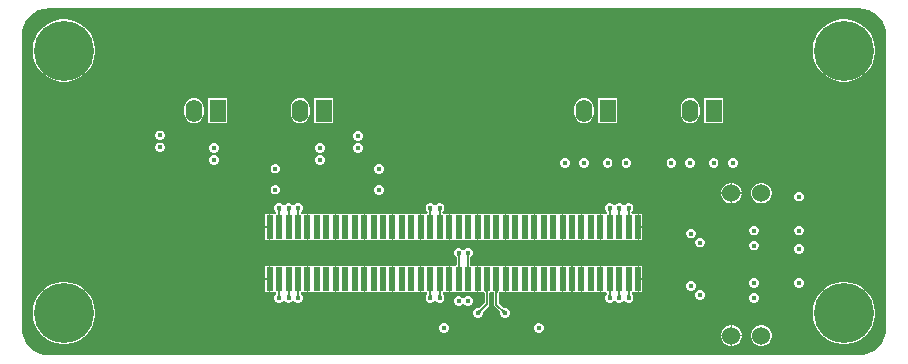
<source format=gbl>
G04*
G04 #@! TF.GenerationSoftware,Altium Limited,Altium Designer,24.2.2 (26)*
G04*
G04 Layer_Physical_Order=4*
G04 Layer_Color=16711680*
%FSLAX44Y44*%
%MOMM*%
G71*
G04*
G04 #@! TF.SameCoordinates,AE1E6ACB-0CC1-432D-8EAE-CAE1C6468999*
G04*
G04*
G04 #@! TF.FilePolarity,Positive*
G04*
G01*
G75*
%ADD10C,0.2540*%
%ADD13C,0.1270*%
%ADD17R,0.5000X2.0000*%
%ADD27C,0.2032*%
%ADD28O,1.3970X1.9050*%
%ADD29R,1.3970X1.9050*%
%ADD30C,1.5240*%
%ADD31C,5.0800*%
%ADD32C,0.4572*%
%ADD33C,0.4524*%
G36*
X347406Y181404D02*
X351739Y180090D01*
X355733Y177955D01*
X359233Y175083D01*
X362105Y171583D01*
X364240Y167589D01*
X365554Y163256D01*
X365989Y158848D01*
X365969Y158750D01*
Y-88900D01*
X365989Y-88997D01*
X365554Y-93406D01*
X364240Y-97739D01*
X362105Y-101733D01*
X359233Y-105233D01*
X355733Y-108105D01*
X351739Y-110240D01*
X347406Y-111554D01*
X342998Y-111989D01*
X342900Y-111969D01*
X-342900D01*
X-342998Y-111989D01*
X-347406Y-111554D01*
X-351739Y-110240D01*
X-355733Y-108105D01*
X-359233Y-105233D01*
X-362105Y-101733D01*
X-364240Y-97739D01*
X-365554Y-93406D01*
X-365989Y-88997D01*
X-365969Y-88900D01*
Y158750D01*
X-365989Y158848D01*
X-365554Y163256D01*
X-364240Y167589D01*
X-362105Y171583D01*
X-359233Y175083D01*
X-355733Y177955D01*
X-351739Y180090D01*
X-347406Y181404D01*
X-342998Y181839D01*
X-342900Y181819D01*
X342900D01*
X342998Y181839D01*
X347406Y181404D01*
D02*
G37*
%LPC*%
G36*
X332279Y172466D02*
X328121D01*
X324014Y171816D01*
X320060Y170531D01*
X316355Y168643D01*
X312991Y166199D01*
X310051Y163259D01*
X307607Y159895D01*
X305719Y156190D01*
X304435Y152236D01*
X303784Y148129D01*
Y143971D01*
X304435Y139864D01*
X305719Y135910D01*
X307607Y132205D01*
X310051Y128841D01*
X312991Y125901D01*
X316355Y123457D01*
X320060Y121569D01*
X324014Y120284D01*
X328121Y119634D01*
X332279D01*
X336386Y120284D01*
X340340Y121569D01*
X344045Y123457D01*
X347409Y125901D01*
X350349Y128841D01*
X352793Y132205D01*
X354681Y135910D01*
X355966Y139864D01*
X356616Y143971D01*
Y148129D01*
X355966Y152236D01*
X354681Y156190D01*
X352793Y159895D01*
X350349Y163259D01*
X347409Y166199D01*
X344045Y168643D01*
X340340Y170531D01*
X336386Y171816D01*
X332279Y172466D01*
D02*
G37*
G36*
X-328121D02*
X-332279D01*
X-336386Y171816D01*
X-340340Y170531D01*
X-344045Y168643D01*
X-347409Y166199D01*
X-350349Y163259D01*
X-352793Y159895D01*
X-354681Y156190D01*
X-355965Y152236D01*
X-356616Y148129D01*
Y143971D01*
X-355965Y139864D01*
X-354681Y135910D01*
X-352793Y132205D01*
X-350349Y128841D01*
X-347409Y125901D01*
X-344045Y123457D01*
X-340340Y121569D01*
X-336386Y120284D01*
X-332279Y119634D01*
X-328121D01*
X-324014Y120284D01*
X-320060Y121569D01*
X-316355Y123457D01*
X-312991Y125901D01*
X-310051Y128841D01*
X-307607Y132205D01*
X-305719Y135910D01*
X-304434Y139864D01*
X-303784Y143971D01*
Y148129D01*
X-304434Y152236D01*
X-305719Y156190D01*
X-307607Y159895D01*
X-310051Y163259D01*
X-312991Y166199D01*
X-316355Y168643D01*
X-320060Y170531D01*
X-324014Y171816D01*
X-328121Y172466D01*
D02*
G37*
G36*
X228026Y105791D02*
X212024D01*
Y84709D01*
X228026D01*
Y105791D01*
D02*
G37*
G36*
X138176D02*
X122174D01*
Y84709D01*
X138176D01*
Y105791D01*
D02*
G37*
G36*
X-102174D02*
X-118176D01*
Y84709D01*
X-102174D01*
Y105791D01*
D02*
G37*
G36*
X-192024D02*
X-208026D01*
Y84709D01*
X-192024D01*
Y105791D01*
D02*
G37*
G36*
X200025Y105860D02*
X197936Y105585D01*
X195990Y104779D01*
X194319Y103496D01*
X193036Y101825D01*
X192230Y99879D01*
X191955Y97790D01*
Y92710D01*
X192230Y90621D01*
X193036Y88675D01*
X194319Y87004D01*
X195990Y85721D01*
X197936Y84915D01*
X200025Y84640D01*
X202114Y84915D01*
X204060Y85721D01*
X205731Y87004D01*
X207014Y88675D01*
X207820Y90621D01*
X208095Y92710D01*
Y97790D01*
X207820Y99879D01*
X207014Y101825D01*
X205731Y103496D01*
X204060Y104779D01*
X202114Y105585D01*
X200025Y105860D01*
D02*
G37*
G36*
X110175D02*
X108086Y105585D01*
X106140Y104779D01*
X104469Y103496D01*
X103186Y101825D01*
X102380Y99879D01*
X102105Y97790D01*
Y92710D01*
X102380Y90621D01*
X103186Y88675D01*
X104469Y87004D01*
X106140Y85721D01*
X108086Y84915D01*
X110175Y84640D01*
X112264Y84915D01*
X114210Y85721D01*
X115881Y87004D01*
X117164Y88675D01*
X117970Y90621D01*
X118245Y92710D01*
Y97790D01*
X117970Y99879D01*
X117164Y101825D01*
X115881Y103496D01*
X114210Y104779D01*
X112264Y105585D01*
X110175Y105860D01*
D02*
G37*
G36*
X-130175D02*
X-132264Y105585D01*
X-134210Y104779D01*
X-135881Y103496D01*
X-137164Y101825D01*
X-137970Y99879D01*
X-138245Y97790D01*
Y92710D01*
X-137970Y90621D01*
X-137164Y88675D01*
X-135881Y87004D01*
X-134210Y85721D01*
X-132264Y84915D01*
X-130175Y84640D01*
X-128086Y84915D01*
X-126140Y85721D01*
X-124469Y87004D01*
X-123186Y88675D01*
X-122380Y90621D01*
X-122105Y92710D01*
Y97790D01*
X-122380Y99879D01*
X-123186Y101825D01*
X-124469Y103496D01*
X-126140Y104779D01*
X-128086Y105585D01*
X-130175Y105860D01*
D02*
G37*
G36*
X-220025D02*
X-222114Y105585D01*
X-224060Y104779D01*
X-225731Y103496D01*
X-227014Y101825D01*
X-227820Y99879D01*
X-228095Y97790D01*
Y92710D01*
X-227820Y90621D01*
X-227014Y88675D01*
X-225731Y87004D01*
X-224060Y85721D01*
X-222114Y84915D01*
X-220025Y84640D01*
X-217936Y84915D01*
X-215990Y85721D01*
X-214319Y87004D01*
X-213036Y88675D01*
X-212230Y90621D01*
X-211955Y92710D01*
Y97790D01*
X-212230Y99879D01*
X-213036Y101825D01*
X-214319Y103496D01*
X-215990Y104779D01*
X-217936Y105585D01*
X-220025Y105860D01*
D02*
G37*
G36*
X-248124Y78295D02*
X-249716D01*
X-251186Y77686D01*
X-252311Y76561D01*
X-252920Y75091D01*
Y73499D01*
X-252311Y72029D01*
X-251186Y70904D01*
X-249716Y70295D01*
X-248124D01*
X-246654Y70904D01*
X-245529Y72029D01*
X-244920Y73499D01*
Y75091D01*
X-245529Y76561D01*
X-246654Y77686D01*
X-248124Y78295D01*
D02*
G37*
G36*
X-80484Y77660D02*
X-82076D01*
X-83546Y77051D01*
X-84671Y75926D01*
X-85280Y74456D01*
Y72864D01*
X-84671Y71394D01*
X-83546Y70269D01*
X-82076Y69660D01*
X-80484D01*
X-79014Y70269D01*
X-77889Y71394D01*
X-77280Y72864D01*
Y74456D01*
X-77889Y75926D01*
X-79014Y77051D01*
X-80484Y77660D01*
D02*
G37*
G36*
X-248124Y68135D02*
X-249716D01*
X-251186Y67526D01*
X-252311Y66401D01*
X-252920Y64931D01*
Y63339D01*
X-252311Y61869D01*
X-251186Y60744D01*
X-249716Y60135D01*
X-248124D01*
X-246654Y60744D01*
X-245529Y61869D01*
X-244920Y63339D01*
Y64931D01*
X-245529Y66401D01*
X-246654Y67526D01*
X-248124Y68135D01*
D02*
G37*
G36*
X-80484Y67500D02*
X-82076D01*
X-83546Y66891D01*
X-84671Y65766D01*
X-85280Y64296D01*
Y62704D01*
X-84671Y61234D01*
X-83546Y60109D01*
X-82076Y59500D01*
X-80484D01*
X-79014Y60109D01*
X-77889Y61234D01*
X-77280Y62704D01*
Y64296D01*
X-77889Y65766D01*
X-79014Y66891D01*
X-80484Y67500D01*
D02*
G37*
G36*
X-112554D02*
X-114146D01*
X-115616Y66891D01*
X-116741Y65766D01*
X-117350Y64296D01*
Y62704D01*
X-116741Y61234D01*
X-115616Y60109D01*
X-114146Y59500D01*
X-112554D01*
X-111084Y60109D01*
X-109959Y61234D01*
X-109350Y62704D01*
Y64296D01*
X-109959Y65766D01*
X-111084Y66891D01*
X-112554Y67500D01*
D02*
G37*
G36*
X-202404D02*
X-203996D01*
X-205466Y66891D01*
X-206591Y65766D01*
X-207200Y64296D01*
Y62704D01*
X-206591Y61234D01*
X-205466Y60109D01*
X-203996Y59500D01*
X-202404D01*
X-200934Y60109D01*
X-199809Y61234D01*
X-199200Y62704D01*
Y64296D01*
X-199809Y65766D01*
X-200934Y66891D01*
X-202404Y67500D01*
D02*
G37*
G36*
X-112554Y57340D02*
X-114146D01*
X-115616Y56731D01*
X-116741Y55606D01*
X-117350Y54136D01*
Y52544D01*
X-116741Y51074D01*
X-115616Y49949D01*
X-114146Y49340D01*
X-112554D01*
X-111084Y49949D01*
X-109959Y51074D01*
X-109350Y52544D01*
Y54136D01*
X-109959Y55606D01*
X-111084Y56731D01*
X-112554Y57340D01*
D02*
G37*
G36*
X-202404D02*
X-203996D01*
X-205466Y56731D01*
X-206591Y55606D01*
X-207200Y54136D01*
Y52544D01*
X-206591Y51074D01*
X-205466Y49949D01*
X-203996Y49340D01*
X-202404D01*
X-200934Y49949D01*
X-199809Y51074D01*
X-199200Y52544D01*
Y54136D01*
X-199809Y55606D01*
X-200934Y56731D01*
X-202404Y57340D01*
D02*
G37*
G36*
X220723Y54897D02*
X219132D01*
X217662Y54289D01*
X216537Y53163D01*
X215928Y51693D01*
Y50102D01*
X216537Y48632D01*
X217662Y47506D01*
X219132Y46898D01*
X220723D01*
X222193Y47506D01*
X223319Y48632D01*
X223927Y50102D01*
Y51693D01*
X223319Y53163D01*
X222193Y54289D01*
X220723Y54897D01*
D02*
G37*
G36*
X200723D02*
X199132D01*
X197662Y54289D01*
X196537Y53163D01*
X195928Y51693D01*
Y50102D01*
X196537Y48632D01*
X197662Y47506D01*
X199132Y46898D01*
X200723D01*
X202193Y47506D01*
X203319Y48632D01*
X203927Y50102D01*
Y51693D01*
X203319Y53163D01*
X202193Y54289D01*
X200723Y54897D01*
D02*
G37*
G36*
X130873D02*
X129282D01*
X127812Y54289D01*
X126686Y53163D01*
X126077Y51693D01*
Y50102D01*
X126686Y48632D01*
X127812Y47506D01*
X129282Y46898D01*
X130873D01*
X132343Y47506D01*
X133469Y48632D01*
X134078Y50102D01*
Y51693D01*
X133469Y53163D01*
X132343Y54289D01*
X130873Y54897D01*
D02*
G37*
G36*
X110873D02*
X109282D01*
X107812Y54289D01*
X106686Y53163D01*
X106077Y51693D01*
Y50102D01*
X106686Y48632D01*
X107812Y47506D01*
X109282Y46898D01*
X110873D01*
X112343Y47506D01*
X113469Y48632D01*
X114078Y50102D01*
Y51693D01*
X113469Y53163D01*
X112343Y54289D01*
X110873Y54897D01*
D02*
G37*
G36*
X237016Y54800D02*
X235424D01*
X233954Y54191D01*
X232829Y53066D01*
X232220Y51596D01*
Y50004D01*
X232829Y48534D01*
X233954Y47409D01*
X235424Y46800D01*
X237016D01*
X238486Y47409D01*
X239611Y48534D01*
X240220Y50004D01*
Y51596D01*
X239611Y53066D01*
X238486Y54191D01*
X237016Y54800D01*
D02*
G37*
G36*
X184946D02*
X183354D01*
X181884Y54191D01*
X180759Y53066D01*
X180150Y51596D01*
Y50004D01*
X180759Y48534D01*
X181884Y47409D01*
X183354Y46800D01*
X184946D01*
X186416Y47409D01*
X187541Y48534D01*
X188150Y50004D01*
Y51596D01*
X187541Y53066D01*
X186416Y54191D01*
X184946Y54800D01*
D02*
G37*
G36*
X146846D02*
X145254D01*
X143784Y54191D01*
X142659Y53066D01*
X142050Y51596D01*
Y50004D01*
X142659Y48534D01*
X143784Y47409D01*
X145254Y46800D01*
X146846D01*
X148316Y47409D01*
X149441Y48534D01*
X150050Y50004D01*
Y51596D01*
X149441Y53066D01*
X148316Y54191D01*
X146846Y54800D01*
D02*
G37*
G36*
X94776D02*
X93184D01*
X91714Y54191D01*
X90589Y53066D01*
X89980Y51596D01*
Y50004D01*
X90589Y48534D01*
X91714Y47409D01*
X93184Y46800D01*
X94776D01*
X96246Y47409D01*
X97371Y48534D01*
X97980Y50004D01*
Y51596D01*
X97371Y53066D01*
X96246Y54191D01*
X94776Y54800D01*
D02*
G37*
G36*
X-150344Y50000D02*
X-151936D01*
X-153406Y49391D01*
X-154531Y48266D01*
X-155140Y46796D01*
Y45204D01*
X-154531Y43734D01*
X-153406Y42609D01*
X-151936Y42000D01*
X-150344D01*
X-148874Y42609D01*
X-147749Y43734D01*
X-147140Y45204D01*
Y46796D01*
X-147749Y48266D01*
X-148874Y49391D01*
X-150344Y50000D01*
D02*
G37*
G36*
X-62704Y49720D02*
X-64296D01*
X-65766Y49111D01*
X-66891Y47986D01*
X-67500Y46516D01*
Y44924D01*
X-66891Y43454D01*
X-65766Y42329D01*
X-64296Y41720D01*
X-62704D01*
X-61234Y42329D01*
X-60109Y43454D01*
X-59500Y44924D01*
Y46516D01*
X-60109Y47986D01*
X-61234Y49111D01*
X-62704Y49720D01*
D02*
G37*
G36*
X236087Y34036D02*
X235458D01*
Y25908D01*
X243586D01*
Y26537D01*
X242997Y28733D01*
X241861Y30703D01*
X240253Y32311D01*
X238283Y33447D01*
X236087Y34036D01*
D02*
G37*
G36*
X234442D02*
X233813D01*
X231617Y33447D01*
X229647Y32311D01*
X228039Y30703D01*
X226903Y28733D01*
X226314Y26537D01*
Y25908D01*
X234442D01*
Y34036D01*
D02*
G37*
G36*
X-150344Y32220D02*
X-151936D01*
X-153406Y31611D01*
X-154531Y30486D01*
X-155140Y29016D01*
Y27424D01*
X-154531Y25954D01*
X-153406Y24829D01*
X-151936Y24220D01*
X-150344D01*
X-148874Y24829D01*
X-147749Y25954D01*
X-147140Y27424D01*
Y29016D01*
X-147749Y30486D01*
X-148874Y31611D01*
X-150344Y32220D01*
D02*
G37*
G36*
X-62704Y31940D02*
X-64296D01*
X-65766Y31331D01*
X-66891Y30206D01*
X-67500Y28736D01*
Y27144D01*
X-66891Y25674D01*
X-65766Y24549D01*
X-64296Y23940D01*
X-62704D01*
X-61234Y24549D01*
X-60109Y25674D01*
X-59500Y27144D01*
Y28736D01*
X-60109Y30206D01*
X-61234Y31331D01*
X-62704Y31940D01*
D02*
G37*
G36*
X292896Y26352D02*
X291304D01*
X289834Y25743D01*
X288709Y24618D01*
X288100Y23148D01*
Y21556D01*
X288709Y20086D01*
X289834Y18961D01*
X291304Y18352D01*
X292896D01*
X294366Y18961D01*
X295491Y20086D01*
X296100Y21556D01*
Y23148D01*
X295491Y24618D01*
X294366Y25743D01*
X292896Y26352D01*
D02*
G37*
G36*
X261487Y34036D02*
X259213D01*
X257017Y33447D01*
X255047Y32311D01*
X253440Y30703D01*
X252302Y28733D01*
X251714Y26537D01*
Y24263D01*
X252302Y22067D01*
X253440Y20097D01*
X255047Y18490D01*
X257017Y17352D01*
X259213Y16764D01*
X261487D01*
X263683Y17352D01*
X265653Y18490D01*
X267260Y20097D01*
X268398Y22067D01*
X268986Y24263D01*
Y26537D01*
X268398Y28733D01*
X267260Y30703D01*
X265653Y32311D01*
X263683Y33447D01*
X261487Y34036D01*
D02*
G37*
G36*
X243586Y24892D02*
X235458D01*
Y16764D01*
X236087D01*
X238283Y17352D01*
X240253Y18490D01*
X241861Y20097D01*
X242997Y22067D01*
X243586Y24263D01*
Y24892D01*
D02*
G37*
G36*
X234442D02*
X226314D01*
Y24263D01*
X226903Y22067D01*
X228039Y20097D01*
X229647Y18490D01*
X231617Y17352D01*
X233813Y16764D01*
X234442D01*
Y24892D01*
D02*
G37*
G36*
X148796Y16700D02*
X147204D01*
X145734Y16091D01*
X144720Y15077D01*
X144000Y15017D01*
X143280Y15077D01*
X142266Y16091D01*
X140796Y16700D01*
X139204D01*
X137734Y16091D01*
X136720Y15077D01*
X136000Y15017D01*
X135280Y15077D01*
X134266Y16091D01*
X132796Y16700D01*
X131204D01*
X129734Y16091D01*
X128609Y14966D01*
X128000Y13496D01*
Y11904D01*
X128609Y10434D01*
X129734Y9309D01*
X129447Y8053D01*
X129087Y7616D01*
X128484Y7616D01*
X127214Y7616D01*
X124508D01*
Y-3400D01*
Y-14416D01*
X127214D01*
X127516Y-14416D01*
X128786Y-14416D01*
X135214D01*
X135516Y-14416D01*
X136484D01*
X136786Y-14416D01*
X143214D01*
X143516Y-14416D01*
X144484D01*
X144786Y-14416D01*
X151214D01*
X151516Y-14416D01*
X152484D01*
X152786Y-14416D01*
X155492D01*
Y-3400D01*
Y7616D01*
X152786D01*
X152484Y7616D01*
X151516D01*
X151214Y7616D01*
X150913D01*
X150553Y8053D01*
X150266Y9309D01*
X151391Y10434D01*
X152000Y11904D01*
Y13496D01*
X151391Y14966D01*
X150266Y16091D01*
X148796Y16700D01*
D02*
G37*
G36*
X-11204D02*
X-12796D01*
X-14266Y16091D01*
X-15280Y15077D01*
X-16000Y15017D01*
X-16720Y15077D01*
X-17734Y16091D01*
X-19204Y16700D01*
X-20796D01*
X-22266Y16091D01*
X-23391Y14966D01*
X-24000Y13496D01*
Y11904D01*
X-23391Y10434D01*
X-22266Y9309D01*
X-22553Y8053D01*
X-22913Y7616D01*
X-24484Y7616D01*
X-24786Y7616D01*
X-27492D01*
Y-3400D01*
Y-14416D01*
X-24786D01*
X-24484Y-14416D01*
X-23516D01*
X-23214Y-14416D01*
X-16786D01*
X-16484Y-14416D01*
X-15516D01*
X-15214Y-14416D01*
X-8786D01*
X-8484Y-14416D01*
X-7516D01*
X-7214Y-14416D01*
X-4508D01*
Y-3400D01*
Y7616D01*
X-7214D01*
X-7516Y7616D01*
X-8484D01*
X-8786Y7616D01*
X-9087D01*
X-9447Y8053D01*
X-9734Y9309D01*
X-8609Y10434D01*
X-8000Y11904D01*
Y13496D01*
X-8609Y14966D01*
X-9734Y16091D01*
X-11204Y16700D01*
D02*
G37*
G36*
X-131204D02*
X-132796D01*
X-134266Y16091D01*
X-135280Y15077D01*
X-136000Y15017D01*
X-136720Y15077D01*
X-137734Y16091D01*
X-139204Y16700D01*
X-140796D01*
X-142266Y16091D01*
X-143280Y15077D01*
X-144000Y15017D01*
X-144720Y15077D01*
X-145734Y16091D01*
X-147204Y16700D01*
X-148796D01*
X-150266Y16091D01*
X-151391Y14966D01*
X-152000Y13496D01*
Y11904D01*
X-151391Y10434D01*
X-150266Y9309D01*
X-150553Y8053D01*
X-150913Y7616D01*
X-152484Y7616D01*
X-152786Y7616D01*
X-155492D01*
Y-3400D01*
Y-14416D01*
X-152786D01*
X-152484Y-14416D01*
X-151516D01*
X-151214Y-14416D01*
X-144786D01*
X-144484Y-14416D01*
X-143516D01*
X-143214Y-14416D01*
X-136786D01*
X-136484Y-14416D01*
X-135516D01*
X-135214Y-14416D01*
X-128786D01*
X-127516Y-14416D01*
X-127214Y-14416D01*
X-124508D01*
Y-3400D01*
Y7616D01*
X-127214D01*
X-128484Y7616D01*
X-128786Y7616D01*
X-129087D01*
X-129447Y8053D01*
X-129734Y9309D01*
X-128609Y10434D01*
X-128000Y11904D01*
Y13496D01*
X-128609Y14966D01*
X-129734Y16091D01*
X-131204Y16700D01*
D02*
G37*
G36*
X111516Y7616D02*
X111214Y7616D01*
X108508D01*
Y-3400D01*
Y-14416D01*
X111214D01*
X112484Y-14416D01*
X112786Y-14416D01*
X119214D01*
X119516Y-14416D01*
X120484D01*
X120786Y-14416D01*
X123492D01*
Y-3400D01*
Y7616D01*
X120786D01*
X120484Y7616D01*
X119516D01*
X119214Y7616D01*
X112786D01*
X111516Y7616D01*
D02*
G37*
G36*
X104484D02*
X103516D01*
X103214Y7616D01*
X96786D01*
X96484Y7616D01*
X95516D01*
X95214Y7616D01*
X92508D01*
Y-3400D01*
Y-14416D01*
X95214D01*
X95516Y-14416D01*
X96484D01*
X96786Y-14416D01*
X103214D01*
X103516Y-14416D01*
X104484D01*
X104786Y-14416D01*
X107492D01*
Y-3400D01*
Y7616D01*
X104786D01*
X104484Y7616D01*
D02*
G37*
G36*
X88484D02*
X87516D01*
X87214Y7616D01*
X80786D01*
X80484Y7616D01*
X79214Y7616D01*
X72786D01*
X72484Y7616D01*
X71516D01*
X71214Y7616D01*
X68508D01*
Y-3400D01*
Y-14416D01*
X71214D01*
X71516Y-14416D01*
X72484D01*
X72786Y-14416D01*
X79214D01*
X79516Y-14416D01*
X80786Y-14416D01*
X87214D01*
X87516Y-14416D01*
X88484D01*
X88786Y-14416D01*
X91492D01*
Y-3400D01*
Y7616D01*
X88786D01*
X88484Y7616D01*
D02*
G37*
G36*
X63516D02*
X63214Y7616D01*
X56786D01*
X56484Y7616D01*
X55516D01*
X55214Y7616D01*
X48786D01*
X48484Y7616D01*
X47516D01*
X47214Y7616D01*
X44508D01*
Y-3400D01*
Y-14416D01*
X47214D01*
X47516Y-14416D01*
X48484D01*
X48786Y-14416D01*
X55214D01*
X55516Y-14416D01*
X56484D01*
X56786Y-14416D01*
X63214D01*
X64484Y-14416D01*
X64786Y-14416D01*
X67492D01*
Y-3400D01*
Y7616D01*
X64786D01*
X63516Y7616D01*
D02*
G37*
G36*
X40484D02*
X39516D01*
X39214Y7616D01*
X32786D01*
X32484Y7616D01*
X31516D01*
X31214Y7616D01*
X24786D01*
X24484Y7616D01*
X23516D01*
X23214Y7616D01*
X20508D01*
Y-3400D01*
Y-14416D01*
X23214D01*
X23516Y-14416D01*
X24484D01*
X24786Y-14416D01*
X31214D01*
X31516Y-14416D01*
X32484D01*
X32786Y-14416D01*
X39214D01*
X39516Y-14416D01*
X40484D01*
X40786Y-14416D01*
X43492D01*
Y-3400D01*
Y7616D01*
X40786D01*
X40484Y7616D01*
D02*
G37*
G36*
X16484D02*
X15516D01*
X15214Y7616D01*
X8786D01*
X8484Y7616D01*
X7516D01*
X7214Y7616D01*
X786D01*
X484Y7616D01*
X-484D01*
X-786Y7616D01*
X-3492D01*
Y-3400D01*
Y-14416D01*
X-786D01*
X-484Y-14416D01*
X484D01*
X786Y-14416D01*
X7214D01*
X7516Y-14416D01*
X8484D01*
X8786Y-14416D01*
X15214D01*
X15516Y-14416D01*
X16484D01*
X16786Y-14416D01*
X19492D01*
Y-3400D01*
Y7616D01*
X16786D01*
X16484Y7616D01*
D02*
G37*
G36*
X-31516D02*
X-32484D01*
X-32786Y7616D01*
X-39214D01*
X-39516Y7616D01*
X-40484D01*
X-40786Y7616D01*
X-47214D01*
X-47516Y7616D01*
X-48484D01*
X-48786Y7616D01*
X-51492D01*
Y-3400D01*
Y-14416D01*
X-48786D01*
X-48484Y-14416D01*
X-47516D01*
X-47214Y-14416D01*
X-40786D01*
X-40484Y-14416D01*
X-39516D01*
X-39214Y-14416D01*
X-32786D01*
X-32484Y-14416D01*
X-31516D01*
X-31214Y-14416D01*
X-28508D01*
Y-3400D01*
Y7616D01*
X-31214D01*
X-31516Y7616D01*
D02*
G37*
G36*
X-55516D02*
X-56484D01*
X-56786Y7616D01*
X-63214D01*
X-63516Y7616D01*
X-64786Y7616D01*
X-71214D01*
X-71516Y7616D01*
X-72484D01*
X-72786Y7616D01*
X-75492D01*
Y-3400D01*
Y-14416D01*
X-72786D01*
X-72484Y-14416D01*
X-71516D01*
X-71214Y-14416D01*
X-64786D01*
X-64484Y-14416D01*
X-63214Y-14416D01*
X-56786D01*
X-56484Y-14416D01*
X-55516D01*
X-55214Y-14416D01*
X-52508D01*
Y-3400D01*
Y7616D01*
X-55214D01*
X-55516Y7616D01*
D02*
G37*
G36*
X-80484D02*
X-80786Y7616D01*
X-87214D01*
X-87516Y7616D01*
X-88484D01*
X-88786Y7616D01*
X-95214D01*
X-95516Y7616D01*
X-96484D01*
X-96786Y7616D01*
X-99492D01*
Y-3400D01*
Y-14416D01*
X-96786D01*
X-96484Y-14416D01*
X-95516D01*
X-95214Y-14416D01*
X-88786D01*
X-88484Y-14416D01*
X-87516D01*
X-87214Y-14416D01*
X-80786D01*
X-79516Y-14416D01*
X-79214Y-14416D01*
X-76508D01*
Y-3400D01*
Y7616D01*
X-79214D01*
X-80484Y7616D01*
D02*
G37*
G36*
X-103516D02*
X-104484D01*
X-104786Y7616D01*
X-111214D01*
X-111516Y7616D01*
X-112786Y7616D01*
X-119214D01*
X-119516Y7616D01*
X-120484D01*
X-120786Y7616D01*
X-123492D01*
Y-3400D01*
Y-14416D01*
X-120786D01*
X-120484Y-14416D01*
X-119516D01*
X-119214Y-14416D01*
X-112786D01*
X-112484Y-14416D01*
X-111214Y-14416D01*
X-104786D01*
X-104484Y-14416D01*
X-103516D01*
X-103214Y-14416D01*
X-100508D01*
Y-3400D01*
Y7616D01*
X-103214D01*
X-103516Y7616D01*
D02*
G37*
G36*
X156508Y7616D02*
Y-2892D01*
X159516D01*
Y7616D01*
X156508D01*
D02*
G37*
G36*
X-156508D02*
X-159516D01*
Y-2892D01*
X-156508D01*
Y7616D01*
D02*
G37*
G36*
X292896Y-2350D02*
X291304D01*
X289834Y-2959D01*
X288709Y-4084D01*
X288100Y-5554D01*
Y-7146D01*
X288709Y-8616D01*
X289834Y-9741D01*
X291304Y-10350D01*
X292896D01*
X294366Y-9741D01*
X295491Y-8616D01*
X296100Y-7146D01*
Y-5554D01*
X295491Y-4084D01*
X294366Y-2959D01*
X292896Y-2350D01*
D02*
G37*
G36*
X254796D02*
X253204D01*
X251734Y-2959D01*
X250609Y-4084D01*
X250000Y-5554D01*
Y-7146D01*
X250609Y-8616D01*
X251734Y-9741D01*
X253204Y-10350D01*
X254796D01*
X256266Y-9741D01*
X257391Y-8616D01*
X258000Y-7146D01*
Y-5554D01*
X257391Y-4084D01*
X256266Y-2959D01*
X254796Y-2350D01*
D02*
G37*
G36*
X201456Y-4890D02*
X199864D01*
X198394Y-5499D01*
X197269Y-6624D01*
X196660Y-8094D01*
Y-9686D01*
X197269Y-11156D01*
X198394Y-12281D01*
X199864Y-12890D01*
X201456D01*
X202926Y-12281D01*
X204051Y-11156D01*
X204660Y-9686D01*
Y-8094D01*
X204051Y-6624D01*
X202926Y-5499D01*
X201456Y-4890D01*
D02*
G37*
G36*
X159516Y-3908D02*
X156508D01*
Y-14416D01*
X159516D01*
Y-3908D01*
D02*
G37*
G36*
X-156508D02*
X-159516D01*
Y-14416D01*
X-156508D01*
Y-3908D01*
D02*
G37*
G36*
X209076Y-12510D02*
X207484D01*
X206014Y-13119D01*
X204889Y-14244D01*
X204280Y-15714D01*
Y-17306D01*
X204889Y-18776D01*
X206014Y-19901D01*
X207484Y-20510D01*
X209076D01*
X210546Y-19901D01*
X211671Y-18776D01*
X212280Y-17306D01*
Y-15714D01*
X211671Y-14244D01*
X210546Y-13119D01*
X209076Y-12510D01*
D02*
G37*
G36*
X12796Y-21000D02*
X11204D01*
X9734Y-21609D01*
X8720Y-22623D01*
X8000Y-22683D01*
X7280Y-22623D01*
X6266Y-21609D01*
X4796Y-21000D01*
X3204D01*
X1734Y-21609D01*
X609Y-22734D01*
X0Y-24204D01*
Y-25796D01*
X609Y-27266D01*
X1734Y-28391D01*
X2284Y-28619D01*
X2317Y-28688D01*
Y-35139D01*
X1198Y-36384D01*
X-484Y-36384D01*
X-786Y-36384D01*
X-3492D01*
Y-47400D01*
Y-58416D01*
X-786D01*
X-484Y-58416D01*
X484D01*
X786Y-58416D01*
X7214D01*
X7516Y-58416D01*
X8484D01*
X8786Y-58416D01*
X15214D01*
X15516Y-58416D01*
X16484D01*
X16786Y-58416D01*
X19492D01*
Y-47400D01*
Y-36384D01*
X16786D01*
X16484Y-36384D01*
X15516D01*
X15214Y-36384D01*
X13743D01*
X13740Y-36346D01*
X13734Y-36132D01*
X13683Y-36017D01*
Y-28688D01*
X13716Y-28619D01*
X14266Y-28391D01*
X15391Y-27266D01*
X16000Y-25796D01*
Y-24204D01*
X15391Y-22734D01*
X14266Y-21609D01*
X12796Y-21000D01*
D02*
G37*
G36*
X254796Y-15050D02*
X253204D01*
X251734Y-15659D01*
X250609Y-16784D01*
X250000Y-18254D01*
Y-19846D01*
X250609Y-21316D01*
X251734Y-22441D01*
X253204Y-23050D01*
X254796D01*
X256266Y-22441D01*
X257391Y-21316D01*
X258000Y-19846D01*
Y-18254D01*
X257391Y-16784D01*
X256266Y-15659D01*
X254796Y-15050D01*
D02*
G37*
G36*
X292896Y-18098D02*
X291304D01*
X289834Y-18707D01*
X288709Y-19832D01*
X288100Y-21302D01*
Y-22894D01*
X288709Y-24364D01*
X289834Y-25489D01*
X291304Y-26098D01*
X292896D01*
X294366Y-25489D01*
X295491Y-24364D01*
X296100Y-22894D01*
Y-21302D01*
X295491Y-19832D01*
X294366Y-18707D01*
X292896Y-18098D01*
D02*
G37*
G36*
X127516Y-36384D02*
X127214Y-36384D01*
X124508D01*
Y-47400D01*
Y-58416D01*
X127214D01*
X128484Y-58416D01*
X129087Y-58416D01*
X129446Y-58854D01*
X129734Y-60109D01*
X128609Y-61234D01*
X128000Y-62704D01*
Y-64296D01*
X128609Y-65766D01*
X129734Y-66891D01*
X131204Y-67500D01*
X132796D01*
X134266Y-66891D01*
X135280Y-65877D01*
X136000Y-65817D01*
X136720Y-65877D01*
X137734Y-66891D01*
X139204Y-67500D01*
X140796D01*
X142266Y-66891D01*
X143280Y-65877D01*
X144000Y-65817D01*
X144720Y-65877D01*
X145734Y-66891D01*
X147204Y-67500D01*
X148796D01*
X150266Y-66891D01*
X151391Y-65766D01*
X152000Y-64296D01*
Y-62704D01*
X151391Y-61234D01*
X150266Y-60109D01*
X150554Y-58854D01*
X150913Y-58416D01*
X152484Y-58416D01*
X152786Y-58416D01*
X155492D01*
Y-47400D01*
Y-36384D01*
X152786D01*
X152484Y-36384D01*
X151516D01*
X151214Y-36384D01*
X144786D01*
X144484Y-36384D01*
X143516D01*
X143214Y-36384D01*
X136786D01*
X136484Y-36384D01*
X135516D01*
X135214Y-36384D01*
X128786D01*
X127516Y-36384D01*
D02*
G37*
G36*
X120484D02*
X119516D01*
X119214Y-36384D01*
X112786D01*
X112484Y-36384D01*
X111214Y-36384D01*
X108508D01*
Y-47400D01*
Y-58416D01*
X111214D01*
X111516Y-58416D01*
X112786Y-58416D01*
X119214D01*
X119516Y-58416D01*
X120484D01*
X120786Y-58416D01*
X123492D01*
Y-47400D01*
Y-36384D01*
X120786D01*
X120484Y-36384D01*
D02*
G37*
G36*
X79516D02*
X79214Y-36384D01*
X72786D01*
X72484Y-36384D01*
X71516D01*
X71214Y-36384D01*
X68508D01*
Y-47400D01*
Y-58416D01*
X71214D01*
X71516Y-58416D01*
X72484D01*
X72786Y-58416D01*
X79214D01*
X80484Y-58416D01*
X80786Y-58416D01*
X87214D01*
X87516Y-58416D01*
X88484D01*
X88786Y-58416D01*
X91492D01*
Y-47400D01*
Y-36384D01*
X88786D01*
X88484Y-36384D01*
X87516D01*
X87214Y-36384D01*
X80786D01*
X79516Y-36384D01*
D02*
G37*
G36*
X-64484D02*
X-64786Y-36384D01*
X-71214D01*
X-71516Y-36384D01*
X-72484D01*
X-72786Y-36384D01*
X-75492D01*
Y-47400D01*
Y-58416D01*
X-72786D01*
X-72484Y-58416D01*
X-71516D01*
X-71214Y-58416D01*
X-64786D01*
X-63516Y-58416D01*
X-63214Y-58416D01*
X-56786D01*
X-56484Y-58416D01*
X-55516D01*
X-55214Y-58416D01*
X-52508D01*
Y-47400D01*
Y-36384D01*
X-55214D01*
X-55516Y-36384D01*
X-56484D01*
X-56786Y-36384D01*
X-63214D01*
X-64484Y-36384D01*
D02*
G37*
G36*
X-112484D02*
X-112786Y-36384D01*
X-119214D01*
X-119516Y-36384D01*
X-120484D01*
X-120786Y-36384D01*
X-123492D01*
Y-47400D01*
Y-58416D01*
X-120786D01*
X-120484Y-58416D01*
X-119516D01*
X-119214Y-58416D01*
X-112786D01*
X-111516Y-58416D01*
X-111214Y-58416D01*
X-104786D01*
X-104484Y-58416D01*
X-103516D01*
X-103214Y-58416D01*
X-100508D01*
Y-47400D01*
Y-36384D01*
X-103214D01*
X-103516Y-36384D01*
X-104484D01*
X-104786Y-36384D01*
X-111214D01*
X-112484Y-36384D01*
D02*
G37*
G36*
X104484Y-36384D02*
X103516D01*
X103214Y-36384D01*
X100508D01*
Y-47400D01*
Y-58416D01*
X103214D01*
X103516Y-58416D01*
X104484D01*
X104786Y-58416D01*
X107492D01*
Y-47400D01*
Y-36384D01*
X104786D01*
X104484Y-36384D01*
D02*
G37*
G36*
X96484D02*
X95516D01*
X95214Y-36384D01*
X92508D01*
Y-47400D01*
Y-58416D01*
X95214D01*
X95516Y-58416D01*
X96484D01*
X96786Y-58416D01*
X99492D01*
Y-47400D01*
Y-36384D01*
X96786D01*
X96484Y-36384D01*
D02*
G37*
G36*
X64484Y-36384D02*
X63214Y-36384D01*
X56786D01*
X56484Y-36384D01*
X55516D01*
X55214Y-36384D01*
X48786D01*
X48484Y-36384D01*
X47516D01*
X47214Y-36384D01*
X44508D01*
Y-47400D01*
Y-58416D01*
X47214D01*
X47516Y-58416D01*
X48484D01*
X48786Y-58416D01*
X55214D01*
X55516Y-58416D01*
X56484D01*
X56786Y-58416D01*
X63214D01*
X63516Y-58416D01*
X64786Y-58416D01*
X67492D01*
Y-47400D01*
Y-36384D01*
X64786D01*
X64484Y-36384D01*
D02*
G37*
G36*
X40484Y-36384D02*
X39516D01*
X39214Y-36384D01*
X32786D01*
X32484Y-36384D01*
X31516D01*
X31214Y-36384D01*
X24786D01*
X24484Y-36384D01*
X23516D01*
X23214Y-36384D01*
X20508D01*
Y-47400D01*
Y-58416D01*
X23214D01*
X23516Y-58416D01*
X24484D01*
X24786Y-58416D01*
X25762D01*
X25777Y-58454D01*
X25817Y-58599D01*
X25852Y-58809D01*
X25875Y-59078D01*
X25885Y-59430D01*
X25928Y-59528D01*
Y-67662D01*
X21332Y-72258D01*
X21292Y-72273D01*
X21116Y-72200D01*
X19524D01*
X18054Y-72809D01*
X16929Y-73934D01*
X16320Y-75404D01*
Y-76996D01*
X16929Y-78466D01*
X18054Y-79591D01*
X19524Y-80200D01*
X21116D01*
X22586Y-79591D01*
X23711Y-78466D01*
X24320Y-76996D01*
Y-75404D01*
X24247Y-75228D01*
X24262Y-75188D01*
X29465Y-69985D01*
X29465Y-69985D01*
X29914Y-69313D01*
X30072Y-68520D01*
X30072Y-68520D01*
Y-59617D01*
X30453Y-58416D01*
X32484Y-58416D01*
X32786Y-58416D01*
X33762D01*
X33777Y-58454D01*
X33817Y-58599D01*
X33852Y-58809D01*
X33875Y-59078D01*
X33885Y-59430D01*
X33928Y-59528D01*
Y-69020D01*
X33928Y-69020D01*
X34086Y-69813D01*
X34535Y-70485D01*
X39238Y-75188D01*
X39253Y-75228D01*
X39180Y-75404D01*
Y-76996D01*
X39789Y-78466D01*
X40914Y-79591D01*
X42384Y-80200D01*
X43976D01*
X45446Y-79591D01*
X46571Y-78466D01*
X47180Y-76996D01*
Y-75404D01*
X46571Y-73934D01*
X45446Y-72809D01*
X43976Y-72200D01*
X42384D01*
X42208Y-72273D01*
X42168Y-72258D01*
X38072Y-68162D01*
Y-59617D01*
X38453Y-58416D01*
X40484Y-58416D01*
X40786Y-58416D01*
X43492D01*
Y-47400D01*
Y-36384D01*
X40786D01*
X40484Y-36384D01*
D02*
G37*
G36*
X-7516D02*
X-8484D01*
X-8786Y-36384D01*
X-15214D01*
X-15516Y-36384D01*
X-16484D01*
X-16786Y-36384D01*
X-23214D01*
X-23516Y-36384D01*
X-24484D01*
X-24786Y-36384D01*
X-27492D01*
Y-47400D01*
Y-58416D01*
X-24786D01*
X-24484Y-58416D01*
X-23516D01*
X-22913Y-58416D01*
X-22554Y-58854D01*
X-22266Y-60109D01*
X-23391Y-61234D01*
X-24000Y-62704D01*
Y-64296D01*
X-23391Y-65766D01*
X-22266Y-66891D01*
X-20796Y-67500D01*
X-19204D01*
X-17734Y-66891D01*
X-16720Y-65877D01*
X-16000Y-65817D01*
X-15280Y-65877D01*
X-14266Y-66891D01*
X-12796Y-67500D01*
X-11204D01*
X-9734Y-66891D01*
X-8609Y-65766D01*
X-8000Y-64296D01*
Y-62704D01*
X-8609Y-61234D01*
X-9734Y-60109D01*
X-9446Y-58854D01*
X-9087Y-58416D01*
X-7516Y-58416D01*
X-7214Y-58416D01*
X-4508D01*
Y-47400D01*
Y-36384D01*
X-7214D01*
X-7516Y-36384D01*
D02*
G37*
G36*
X-31516D02*
X-32484D01*
X-32786Y-36384D01*
X-39214D01*
X-39516Y-36384D01*
X-40484D01*
X-40786Y-36384D01*
X-47214D01*
X-47516Y-36384D01*
X-48484D01*
X-48786Y-36384D01*
X-51492D01*
Y-47400D01*
Y-58416D01*
X-48786D01*
X-48484Y-58416D01*
X-47516D01*
X-47214Y-58416D01*
X-40786D01*
X-40484Y-58416D01*
X-39516D01*
X-39214Y-58416D01*
X-32786D01*
X-32484Y-58416D01*
X-31516D01*
X-31214Y-58416D01*
X-28508D01*
Y-47400D01*
Y-36384D01*
X-31214D01*
X-31516Y-36384D01*
D02*
G37*
G36*
X-79516Y-36384D02*
X-80786Y-36384D01*
X-87214D01*
X-87516Y-36384D01*
X-88484D01*
X-88786Y-36384D01*
X-95214D01*
X-95516Y-36384D01*
X-96484D01*
X-96786Y-36384D01*
X-99492D01*
Y-47400D01*
Y-58416D01*
X-96786D01*
X-96484Y-58416D01*
X-95516D01*
X-95214Y-58416D01*
X-88786D01*
X-88484Y-58416D01*
X-87516D01*
X-87214Y-58416D01*
X-80786D01*
X-80484Y-58416D01*
X-79214Y-58416D01*
X-76508D01*
Y-47400D01*
Y-36384D01*
X-79214D01*
X-79516Y-36384D01*
D02*
G37*
G36*
X-127516D02*
X-128786Y-36384D01*
X-135214D01*
X-135516Y-36384D01*
X-136484D01*
X-136786Y-36384D01*
X-143214D01*
X-143516Y-36384D01*
X-144484D01*
X-144786Y-36384D01*
X-151214D01*
X-151516Y-36384D01*
X-152484D01*
X-152786Y-36384D01*
X-155492D01*
Y-47400D01*
Y-58416D01*
X-152786D01*
X-152484Y-58416D01*
X-151516D01*
X-150913Y-58416D01*
X-150554Y-58854D01*
X-150266Y-60109D01*
X-151391Y-61234D01*
X-152000Y-62704D01*
Y-64296D01*
X-151391Y-65766D01*
X-150266Y-66891D01*
X-148796Y-67500D01*
X-147204D01*
X-145734Y-66891D01*
X-144720Y-65877D01*
X-144000Y-65817D01*
X-143280Y-65877D01*
X-142266Y-66891D01*
X-140796Y-67500D01*
X-139204D01*
X-137734Y-66891D01*
X-136720Y-65877D01*
X-136000Y-65817D01*
X-135280Y-65877D01*
X-134266Y-66891D01*
X-132796Y-67500D01*
X-131204D01*
X-129734Y-66891D01*
X-128609Y-65766D01*
X-128000Y-64296D01*
Y-62704D01*
X-128609Y-61234D01*
X-129734Y-60109D01*
X-129446Y-58854D01*
X-129087Y-58416D01*
X-128484Y-58416D01*
X-127214Y-58416D01*
X-124508D01*
Y-47400D01*
Y-36384D01*
X-127214D01*
X-127516Y-36384D01*
D02*
G37*
G36*
X156508Y-36384D02*
Y-46892D01*
X159516D01*
Y-36384D01*
X156508D01*
D02*
G37*
G36*
X-156508D02*
X-159516D01*
Y-46892D01*
X-156508D01*
Y-36384D01*
D02*
G37*
G36*
X292896Y-46800D02*
X291304D01*
X289834Y-47409D01*
X288709Y-48534D01*
X288100Y-50004D01*
Y-51596D01*
X288709Y-53066D01*
X289834Y-54191D01*
X291304Y-54800D01*
X292896D01*
X294366Y-54191D01*
X295491Y-53066D01*
X296100Y-51596D01*
Y-50004D01*
X295491Y-48534D01*
X294366Y-47409D01*
X292896Y-46800D01*
D02*
G37*
G36*
X254796D02*
X253204D01*
X251734Y-47409D01*
X250609Y-48534D01*
X250000Y-50004D01*
Y-51596D01*
X250609Y-53066D01*
X251734Y-54191D01*
X253204Y-54800D01*
X254796D01*
X256266Y-54191D01*
X257391Y-53066D01*
X258000Y-51596D01*
Y-50004D01*
X257391Y-48534D01*
X256266Y-47409D01*
X254796Y-46800D01*
D02*
G37*
G36*
X201456Y-49340D02*
X199864D01*
X198394Y-49949D01*
X197269Y-51074D01*
X196660Y-52544D01*
Y-54136D01*
X197269Y-55606D01*
X198394Y-56731D01*
X199864Y-57340D01*
X201456D01*
X202926Y-56731D01*
X204051Y-55606D01*
X204660Y-54136D01*
Y-52544D01*
X204051Y-51074D01*
X202926Y-49949D01*
X201456Y-49340D01*
D02*
G37*
G36*
X159516Y-47908D02*
X156508D01*
Y-58416D01*
X159516D01*
Y-47908D01*
D02*
G37*
G36*
X-156508D02*
X-159516D01*
Y-58416D01*
X-156508D01*
Y-47908D01*
D02*
G37*
G36*
X12796Y-62000D02*
X11204D01*
X9734Y-62609D01*
X8720Y-63623D01*
X8000Y-63683D01*
X7280Y-63623D01*
X6266Y-62609D01*
X4796Y-62000D01*
X3204D01*
X1734Y-62609D01*
X609Y-63734D01*
X0Y-65204D01*
Y-66796D01*
X609Y-68266D01*
X1734Y-69391D01*
X3204Y-70000D01*
X4796D01*
X6266Y-69391D01*
X7280Y-68377D01*
X8000Y-68317D01*
X8720Y-68377D01*
X9734Y-69391D01*
X11204Y-70000D01*
X12796D01*
X14266Y-69391D01*
X15391Y-68266D01*
X16000Y-66796D01*
Y-65204D01*
X15391Y-63734D01*
X14266Y-62609D01*
X12796Y-62000D01*
D02*
G37*
G36*
X209076Y-56960D02*
X207484D01*
X206014Y-57569D01*
X204889Y-58694D01*
X204280Y-60164D01*
Y-61756D01*
X204889Y-63226D01*
X206014Y-64351D01*
X207484Y-64960D01*
X209076D01*
X210546Y-64351D01*
X211671Y-63226D01*
X212280Y-61756D01*
Y-60164D01*
X211671Y-58694D01*
X210546Y-57569D01*
X209076Y-56960D01*
D02*
G37*
G36*
X254796Y-59500D02*
X253204D01*
X251734Y-60109D01*
X250609Y-61234D01*
X250000Y-62704D01*
Y-64296D01*
X250609Y-65766D01*
X251734Y-66891D01*
X253204Y-67500D01*
X254796D01*
X256266Y-66891D01*
X257391Y-65766D01*
X258000Y-64296D01*
Y-62704D01*
X257391Y-61234D01*
X256266Y-60109D01*
X254796Y-59500D01*
D02*
G37*
G36*
X72676Y-84900D02*
X71084D01*
X69614Y-85509D01*
X68489Y-86634D01*
X67880Y-88104D01*
Y-89696D01*
X68489Y-91166D01*
X69614Y-92291D01*
X71084Y-92900D01*
X72676D01*
X74146Y-92291D01*
X75271Y-91166D01*
X75880Y-89696D01*
Y-88104D01*
X75271Y-86634D01*
X74146Y-85509D01*
X72676Y-84900D01*
D02*
G37*
G36*
X-7584D02*
X-9176D01*
X-10646Y-85509D01*
X-11771Y-86634D01*
X-12380Y-88104D01*
Y-89696D01*
X-11771Y-91166D01*
X-10646Y-92291D01*
X-9176Y-92900D01*
X-7584D01*
X-6114Y-92291D01*
X-4989Y-91166D01*
X-4380Y-89696D01*
Y-88104D01*
X-4989Y-86634D01*
X-6114Y-85509D01*
X-7584Y-84900D01*
D02*
G37*
G36*
X236087Y-86614D02*
X235458D01*
Y-94742D01*
X243586D01*
Y-94113D01*
X242997Y-91917D01*
X241861Y-89947D01*
X240253Y-88340D01*
X238283Y-87203D01*
X236087Y-86614D01*
D02*
G37*
G36*
X234442D02*
X233813D01*
X231617Y-87203D01*
X229647Y-88340D01*
X228039Y-89947D01*
X226903Y-91917D01*
X226314Y-94113D01*
Y-94742D01*
X234442D01*
Y-86614D01*
D02*
G37*
G36*
X332279Y-49784D02*
X328121D01*
X324014Y-50434D01*
X320060Y-51719D01*
X316355Y-53607D01*
X312991Y-56051D01*
X310051Y-58991D01*
X307607Y-62355D01*
X305719Y-66060D01*
X304434Y-70014D01*
X303784Y-74121D01*
Y-78279D01*
X304434Y-82386D01*
X305719Y-86340D01*
X307607Y-90045D01*
X310051Y-93409D01*
X312991Y-96349D01*
X316355Y-98793D01*
X320060Y-100681D01*
X324014Y-101966D01*
X328121Y-102616D01*
X332279D01*
X336386Y-101966D01*
X340340Y-100681D01*
X344045Y-98793D01*
X347409Y-96349D01*
X350349Y-93409D01*
X352793Y-90045D01*
X354681Y-86340D01*
X355966Y-82386D01*
X356616Y-78279D01*
Y-74121D01*
X355966Y-70014D01*
X354681Y-66060D01*
X352793Y-62355D01*
X350349Y-58991D01*
X347409Y-56051D01*
X344045Y-53607D01*
X340340Y-51719D01*
X336386Y-50434D01*
X332279Y-49784D01*
D02*
G37*
G36*
X-328121D02*
X-332279D01*
X-336386Y-50434D01*
X-340340Y-51719D01*
X-344045Y-53607D01*
X-347409Y-56051D01*
X-350349Y-58991D01*
X-352793Y-62355D01*
X-354681Y-66060D01*
X-355966Y-70014D01*
X-356616Y-74121D01*
Y-78279D01*
X-355966Y-82386D01*
X-354681Y-86340D01*
X-352793Y-90045D01*
X-350349Y-93409D01*
X-347409Y-96349D01*
X-344045Y-98793D01*
X-340340Y-100681D01*
X-336386Y-101966D01*
X-332279Y-102616D01*
X-328121D01*
X-324014Y-101966D01*
X-320060Y-100681D01*
X-316355Y-98793D01*
X-312991Y-96349D01*
X-310051Y-93409D01*
X-307607Y-90045D01*
X-305719Y-86340D01*
X-304434Y-82386D01*
X-303784Y-78279D01*
Y-74121D01*
X-304434Y-70014D01*
X-305719Y-66060D01*
X-307607Y-62355D01*
X-310051Y-58991D01*
X-312991Y-56051D01*
X-316355Y-53607D01*
X-320060Y-51719D01*
X-324014Y-50434D01*
X-328121Y-49784D01*
D02*
G37*
G36*
X261487Y-86614D02*
X259213D01*
X257017Y-87203D01*
X255047Y-88340D01*
X253440Y-89947D01*
X252302Y-91917D01*
X251714Y-94113D01*
Y-96387D01*
X252302Y-98583D01*
X253440Y-100553D01*
X255047Y-102161D01*
X257017Y-103298D01*
X259213Y-103886D01*
X261487D01*
X263683Y-103298D01*
X265653Y-102161D01*
X267260Y-100553D01*
X268398Y-98583D01*
X268986Y-96387D01*
Y-94113D01*
X268398Y-91917D01*
X267260Y-89947D01*
X265653Y-88340D01*
X263683Y-87203D01*
X261487Y-86614D01*
D02*
G37*
G36*
X243586Y-95758D02*
X235458D01*
Y-103886D01*
X236087D01*
X238283Y-103298D01*
X240253Y-102161D01*
X241861Y-100553D01*
X242997Y-98583D01*
X243586Y-96387D01*
Y-95758D01*
D02*
G37*
G36*
X234442D02*
X226314D01*
Y-96387D01*
X226903Y-98583D01*
X228039Y-100553D01*
X229647Y-102161D01*
X231617Y-103298D01*
X233813Y-103886D01*
X234442D01*
Y-95758D01*
D02*
G37*
%LPD*%
G36*
X149403Y10898D02*
X149242Y10711D01*
X149100Y10522D01*
X148976Y10332D01*
X148872Y10142D01*
X148787Y9950D01*
X148720Y9757D01*
X148673Y9563D01*
X148645Y9368D01*
X148635Y9172D01*
X147365D01*
X147355Y9368D01*
X147327Y9563D01*
X147280Y9757D01*
X147213Y9950D01*
X147128Y10142D01*
X147024Y10332D01*
X146900Y10522D01*
X146758Y10711D01*
X146597Y10898D01*
X146417Y11085D01*
X149583D01*
X149403Y10898D01*
D02*
G37*
G36*
X141403D02*
X141242Y10711D01*
X141100Y10522D01*
X140976Y10332D01*
X140872Y10142D01*
X140787Y9950D01*
X140720Y9757D01*
X140673Y9563D01*
X140645Y9368D01*
X140635Y9172D01*
X139365D01*
X139355Y9368D01*
X139327Y9563D01*
X139280Y9757D01*
X139213Y9950D01*
X139128Y10142D01*
X139024Y10332D01*
X138900Y10522D01*
X138758Y10711D01*
X138597Y10898D01*
X138417Y11085D01*
X141583D01*
X141403Y10898D01*
D02*
G37*
G36*
X133403D02*
X133242Y10711D01*
X133100Y10522D01*
X132976Y10332D01*
X132872Y10142D01*
X132787Y9950D01*
X132720Y9757D01*
X132673Y9563D01*
X132645Y9368D01*
X132635Y9172D01*
X131365D01*
X131355Y9368D01*
X131327Y9563D01*
X131280Y9757D01*
X131213Y9950D01*
X131128Y10142D01*
X131024Y10332D01*
X130900Y10522D01*
X130758Y10711D01*
X130597Y10898D01*
X130417Y11085D01*
X133583D01*
X133403Y10898D01*
D02*
G37*
G36*
X148641Y7592D02*
X148660Y7371D01*
X148692Y7176D01*
X148737Y7007D01*
X148794Y6864D01*
X148864Y6747D01*
X148946Y6656D01*
X149041Y6591D01*
X149149Y6552D01*
X149270Y6539D01*
X146730D01*
X146851Y6552D01*
X146959Y6591D01*
X147054Y6656D01*
X147136Y6747D01*
X147206Y6864D01*
X147263Y7007D01*
X147308Y7176D01*
X147340Y7371D01*
X147359Y7592D01*
X147365Y7839D01*
X148635D01*
X148641Y7592D01*
D02*
G37*
G36*
X140641D02*
X140660Y7371D01*
X140692Y7176D01*
X140737Y7007D01*
X140794Y6864D01*
X140864Y6747D01*
X140946Y6656D01*
X141041Y6591D01*
X141149Y6552D01*
X141270Y6539D01*
X138730D01*
X138851Y6552D01*
X138959Y6591D01*
X139054Y6656D01*
X139136Y6747D01*
X139206Y6864D01*
X139263Y7007D01*
X139308Y7176D01*
X139340Y7371D01*
X139359Y7592D01*
X139365Y7839D01*
X140635D01*
X140641Y7592D01*
D02*
G37*
G36*
X132641D02*
X132660Y7371D01*
X132692Y7176D01*
X132737Y7007D01*
X132794Y6864D01*
X132864Y6747D01*
X132946Y6656D01*
X133041Y6591D01*
X133149Y6552D01*
X133270Y6539D01*
X130730D01*
X130851Y6552D01*
X130959Y6591D01*
X131054Y6656D01*
X131136Y6747D01*
X131206Y6864D01*
X131263Y7007D01*
X131308Y7176D01*
X131340Y7371D01*
X131359Y7592D01*
X131365Y7839D01*
X132635D01*
X132641Y7592D01*
D02*
G37*
G36*
X-10597Y10898D02*
X-10758Y10711D01*
X-10900Y10522D01*
X-11024Y10332D01*
X-11128Y10142D01*
X-11213Y9950D01*
X-11280Y9757D01*
X-11327Y9563D01*
X-11356Y9368D01*
X-11365Y9172D01*
X-12635D01*
X-12644Y9368D01*
X-12673Y9563D01*
X-12720Y9757D01*
X-12787Y9950D01*
X-12872Y10142D01*
X-12976Y10332D01*
X-13100Y10522D01*
X-13242Y10711D01*
X-13403Y10898D01*
X-13583Y11085D01*
X-10417D01*
X-10597Y10898D01*
D02*
G37*
G36*
X-18597D02*
X-18758Y10711D01*
X-18900Y10522D01*
X-19024Y10332D01*
X-19128Y10142D01*
X-19213Y9950D01*
X-19280Y9757D01*
X-19327Y9563D01*
X-19355Y9368D01*
X-19365Y9172D01*
X-20635D01*
X-20645Y9368D01*
X-20673Y9563D01*
X-20720Y9757D01*
X-20787Y9950D01*
X-20872Y10142D01*
X-20976Y10332D01*
X-21100Y10522D01*
X-21242Y10711D01*
X-21403Y10898D01*
X-21583Y11085D01*
X-18417D01*
X-18597Y10898D01*
D02*
G37*
G36*
X-11359Y7592D02*
X-11340Y7371D01*
X-11308Y7176D01*
X-11263Y7007D01*
X-11206Y6864D01*
X-11136Y6747D01*
X-11054Y6656D01*
X-10959Y6591D01*
X-10851Y6552D01*
X-10730Y6539D01*
X-13270D01*
X-13149Y6552D01*
X-13041Y6591D01*
X-12946Y6656D01*
X-12864Y6747D01*
X-12794Y6864D01*
X-12737Y7007D01*
X-12692Y7176D01*
X-12660Y7371D01*
X-12641Y7592D01*
X-12635Y7839D01*
X-11365D01*
X-11359Y7592D01*
D02*
G37*
G36*
X-19359D02*
X-19340Y7371D01*
X-19308Y7176D01*
X-19263Y7007D01*
X-19206Y6864D01*
X-19136Y6747D01*
X-19054Y6656D01*
X-18959Y6591D01*
X-18851Y6552D01*
X-18730Y6539D01*
X-21270D01*
X-21149Y6552D01*
X-21041Y6591D01*
X-20946Y6656D01*
X-20864Y6747D01*
X-20794Y6864D01*
X-20737Y7007D01*
X-20692Y7176D01*
X-20660Y7371D01*
X-20641Y7592D01*
X-20635Y7839D01*
X-19365D01*
X-19359Y7592D01*
D02*
G37*
G36*
X-130597Y10898D02*
X-130758Y10711D01*
X-130900Y10522D01*
X-131024Y10332D01*
X-131128Y10142D01*
X-131213Y9950D01*
X-131280Y9757D01*
X-131327Y9563D01*
X-131355Y9368D01*
X-131365Y9172D01*
X-132635D01*
X-132645Y9368D01*
X-132673Y9563D01*
X-132720Y9757D01*
X-132787Y9950D01*
X-132872Y10142D01*
X-132976Y10332D01*
X-133100Y10522D01*
X-133242Y10711D01*
X-133403Y10898D01*
X-133583Y11085D01*
X-130417D01*
X-130597Y10898D01*
D02*
G37*
G36*
X-138597D02*
X-138758Y10711D01*
X-138900Y10522D01*
X-139024Y10332D01*
X-139128Y10142D01*
X-139213Y9950D01*
X-139280Y9757D01*
X-139327Y9563D01*
X-139355Y9368D01*
X-139365Y9172D01*
X-140635D01*
X-140645Y9368D01*
X-140673Y9563D01*
X-140720Y9757D01*
X-140787Y9950D01*
X-140872Y10142D01*
X-140976Y10332D01*
X-141100Y10522D01*
X-141242Y10711D01*
X-141403Y10898D01*
X-141583Y11085D01*
X-138417D01*
X-138597Y10898D01*
D02*
G37*
G36*
X-146597D02*
X-146758Y10711D01*
X-146900Y10522D01*
X-147024Y10332D01*
X-147128Y10142D01*
X-147213Y9950D01*
X-147280Y9757D01*
X-147327Y9563D01*
X-147355Y9368D01*
X-147365Y9172D01*
X-148635D01*
X-148645Y9368D01*
X-148673Y9563D01*
X-148720Y9757D01*
X-148787Y9950D01*
X-148872Y10142D01*
X-148976Y10332D01*
X-149100Y10522D01*
X-149242Y10711D01*
X-149403Y10898D01*
X-149583Y11085D01*
X-146417D01*
X-146597Y10898D01*
D02*
G37*
G36*
X-131359Y7592D02*
X-131340Y7371D01*
X-131308Y7176D01*
X-131263Y7007D01*
X-131206Y6864D01*
X-131136Y6747D01*
X-131054Y6656D01*
X-130959Y6591D01*
X-130851Y6552D01*
X-130730Y6539D01*
X-133270D01*
X-133149Y6552D01*
X-133041Y6591D01*
X-132946Y6656D01*
X-132864Y6747D01*
X-132794Y6864D01*
X-132737Y7007D01*
X-132692Y7176D01*
X-132660Y7371D01*
X-132641Y7592D01*
X-132635Y7839D01*
X-131365D01*
X-131359Y7592D01*
D02*
G37*
G36*
X-139359D02*
X-139340Y7371D01*
X-139308Y7176D01*
X-139263Y7007D01*
X-139206Y6864D01*
X-139136Y6747D01*
X-139054Y6656D01*
X-138959Y6591D01*
X-138851Y6552D01*
X-138730Y6539D01*
X-141270D01*
X-141149Y6552D01*
X-141041Y6591D01*
X-140946Y6656D01*
X-140864Y6747D01*
X-140794Y6864D01*
X-140737Y7007D01*
X-140692Y7176D01*
X-140660Y7371D01*
X-140641Y7592D01*
X-140635Y7839D01*
X-139365D01*
X-139359Y7592D01*
D02*
G37*
G36*
X-147359D02*
X-147340Y7371D01*
X-147308Y7176D01*
X-147263Y7007D01*
X-147206Y6864D01*
X-147136Y6747D01*
X-147054Y6656D01*
X-146959Y6591D01*
X-146851Y6552D01*
X-146730Y6539D01*
X-149270D01*
X-149149Y6552D01*
X-149041Y6591D01*
X-148946Y6656D01*
X-148864Y6747D01*
X-148794Y6864D01*
X-148737Y7007D01*
X-148692Y7176D01*
X-148660Y7371D01*
X-148641Y7592D01*
X-148635Y7839D01*
X-147365D01*
X-147359Y7592D01*
D02*
G37*
G36*
X13403Y-26802D02*
X13242Y-26989D01*
X13100Y-27178D01*
X12976Y-27368D01*
X12872Y-27558D01*
X12787Y-27750D01*
X12720Y-27943D01*
X12673Y-28137D01*
X12644Y-28332D01*
X12635Y-28528D01*
X11365D01*
X11356Y-28332D01*
X11327Y-28137D01*
X11280Y-27943D01*
X11213Y-27750D01*
X11128Y-27558D01*
X11024Y-27368D01*
X10900Y-27178D01*
X10758Y-26989D01*
X10597Y-26802D01*
X10417Y-26615D01*
X13583D01*
X13403Y-26802D01*
D02*
G37*
G36*
X5403D02*
X5242Y-26989D01*
X5100Y-27178D01*
X4976Y-27368D01*
X4872Y-27558D01*
X4787Y-27750D01*
X4720Y-27943D01*
X4673Y-28137D01*
X4645Y-28332D01*
X4635Y-28528D01*
X3365D01*
X3356Y-28332D01*
X3327Y-28137D01*
X3280Y-27943D01*
X3213Y-27750D01*
X3128Y-27558D01*
X3024Y-27368D01*
X2900Y-27178D01*
X2758Y-26989D01*
X2597Y-26802D01*
X2417Y-26615D01*
X5583D01*
X5403Y-26802D01*
D02*
G37*
G36*
X12641Y-36408D02*
X12660Y-36629D01*
X12692Y-36824D01*
X12737Y-36993D01*
X12794Y-37136D01*
X12864Y-37253D01*
X12946Y-37344D01*
X13041Y-37409D01*
X13149Y-37448D01*
X13270Y-37461D01*
X10730D01*
X10851Y-37448D01*
X10959Y-37409D01*
X11054Y-37344D01*
X11136Y-37253D01*
X11206Y-37136D01*
X11263Y-36993D01*
X11308Y-36824D01*
X11340Y-36629D01*
X11359Y-36408D01*
X11365Y-36161D01*
X12635D01*
X12641Y-36408D01*
D02*
G37*
G36*
X4641D02*
X4660Y-36629D01*
X4692Y-36824D01*
X4737Y-36993D01*
X4794Y-37136D01*
X4864Y-37253D01*
X4946Y-37344D01*
X5041Y-37409D01*
X5149Y-37448D01*
X5270Y-37461D01*
X2730D01*
X2851Y-37448D01*
X2959Y-37409D01*
X3054Y-37344D01*
X3136Y-37253D01*
X3206Y-37136D01*
X3263Y-36993D01*
X3308Y-36824D01*
X3340Y-36629D01*
X3359Y-36408D01*
X3365Y-36161D01*
X4635D01*
X4641Y-36408D01*
D02*
G37*
G36*
X149149Y-57382D02*
X149041Y-57420D01*
X148946Y-57484D01*
X148864Y-57573D01*
X148794Y-57687D01*
X148737Y-57827D01*
X148692Y-57992D01*
X148660Y-58182D01*
X148641Y-58398D01*
X148635Y-58639D01*
X147365D01*
X147359Y-58398D01*
X147340Y-58182D01*
X147308Y-57992D01*
X147263Y-57827D01*
X147206Y-57687D01*
X147136Y-57573D01*
X147054Y-57484D01*
X146959Y-57420D01*
X146851Y-57382D01*
X146730Y-57369D01*
X149270D01*
X149149Y-57382D01*
D02*
G37*
G36*
X141149D02*
X141041Y-57420D01*
X140946Y-57484D01*
X140864Y-57573D01*
X140794Y-57687D01*
X140737Y-57827D01*
X140692Y-57992D01*
X140660Y-58182D01*
X140641Y-58398D01*
X140635Y-58639D01*
X139365D01*
X139359Y-58398D01*
X139340Y-58182D01*
X139308Y-57992D01*
X139263Y-57827D01*
X139206Y-57687D01*
X139136Y-57573D01*
X139054Y-57484D01*
X138959Y-57420D01*
X138851Y-57382D01*
X138730Y-57369D01*
X141270D01*
X141149Y-57382D01*
D02*
G37*
G36*
X133149D02*
X133041Y-57420D01*
X132946Y-57484D01*
X132864Y-57573D01*
X132794Y-57687D01*
X132737Y-57827D01*
X132692Y-57992D01*
X132660Y-58182D01*
X132641Y-58398D01*
X132635Y-58639D01*
X131365D01*
X131359Y-58398D01*
X131340Y-58182D01*
X131308Y-57992D01*
X131263Y-57827D01*
X131206Y-57687D01*
X131136Y-57573D01*
X131054Y-57484D01*
X130959Y-57420D01*
X130851Y-57382D01*
X130730Y-57369D01*
X133270D01*
X133149Y-57382D01*
D02*
G37*
G36*
X148645Y-60168D02*
X148673Y-60363D01*
X148720Y-60557D01*
X148787Y-60750D01*
X148872Y-60942D01*
X148976Y-61132D01*
X149100Y-61322D01*
X149242Y-61511D01*
X149403Y-61698D01*
X149583Y-61885D01*
X146417D01*
X146597Y-61698D01*
X146758Y-61511D01*
X146900Y-61322D01*
X147024Y-61132D01*
X147128Y-60942D01*
X147213Y-60750D01*
X147280Y-60557D01*
X147327Y-60363D01*
X147355Y-60168D01*
X147365Y-59972D01*
X148635D01*
X148645Y-60168D01*
D02*
G37*
G36*
X140645D02*
X140673Y-60363D01*
X140720Y-60557D01*
X140787Y-60750D01*
X140872Y-60942D01*
X140976Y-61132D01*
X141100Y-61322D01*
X141242Y-61511D01*
X141403Y-61698D01*
X141583Y-61885D01*
X138417D01*
X138597Y-61698D01*
X138758Y-61511D01*
X138900Y-61322D01*
X139024Y-61132D01*
X139128Y-60942D01*
X139213Y-60750D01*
X139280Y-60557D01*
X139327Y-60363D01*
X139355Y-60168D01*
X139365Y-59972D01*
X140635D01*
X140645Y-60168D01*
D02*
G37*
G36*
X132645D02*
X132673Y-60363D01*
X132720Y-60557D01*
X132787Y-60750D01*
X132872Y-60942D01*
X132976Y-61132D01*
X133100Y-61322D01*
X133242Y-61511D01*
X133403Y-61698D01*
X133583Y-61885D01*
X130417D01*
X130597Y-61698D01*
X130758Y-61511D01*
X130900Y-61322D01*
X131024Y-61132D01*
X131128Y-60942D01*
X131213Y-60750D01*
X131280Y-60557D01*
X131327Y-60363D01*
X131355Y-60168D01*
X131365Y-59972D01*
X132635D01*
X132645Y-60168D01*
D02*
G37*
G36*
X37839Y-57390D02*
X37666Y-57451D01*
X37514Y-57552D01*
X37382Y-57695D01*
X37270Y-57877D01*
X37179Y-58101D01*
X37107Y-58365D01*
X37057Y-58670D01*
X37026Y-59015D01*
X37016Y-59401D01*
X34984D01*
X34974Y-59015D01*
X34943Y-58670D01*
X34893Y-58365D01*
X34821Y-58101D01*
X34730Y-57877D01*
X34618Y-57695D01*
X34486Y-57552D01*
X34334Y-57451D01*
X34161Y-57390D01*
X33968Y-57369D01*
X38032D01*
X37839Y-57390D01*
D02*
G37*
G36*
X29839D02*
X29666Y-57451D01*
X29514Y-57552D01*
X29382Y-57695D01*
X29270Y-57877D01*
X29179Y-58101D01*
X29107Y-58365D01*
X29057Y-58670D01*
X29026Y-59015D01*
X29016Y-59401D01*
X26984D01*
X26974Y-59015D01*
X26943Y-58670D01*
X26893Y-58365D01*
X26821Y-58101D01*
X26730Y-57877D01*
X26618Y-57695D01*
X26486Y-57552D01*
X26334Y-57451D01*
X26161Y-57390D01*
X25968Y-57369D01*
X30032D01*
X29839Y-57390D01*
D02*
G37*
G36*
X41680Y-73255D02*
X41849Y-73400D01*
X42016Y-73527D01*
X42183Y-73638D01*
X42348Y-73731D01*
X42512Y-73807D01*
X42675Y-73865D01*
X42837Y-73907D01*
X42998Y-73931D01*
X43157Y-73938D01*
X40918Y-76177D01*
X40911Y-76018D01*
X40887Y-75857D01*
X40845Y-75695D01*
X40787Y-75532D01*
X40711Y-75368D01*
X40618Y-75203D01*
X40507Y-75036D01*
X40380Y-74869D01*
X40235Y-74700D01*
X40073Y-74530D01*
X41510Y-73093D01*
X41680Y-73255D01*
D02*
G37*
G36*
X23427Y-74530D02*
X23265Y-74700D01*
X23120Y-74869D01*
X22993Y-75036D01*
X22882Y-75203D01*
X22789Y-75368D01*
X22713Y-75532D01*
X22655Y-75695D01*
X22613Y-75857D01*
X22589Y-76018D01*
X22582Y-76177D01*
X20343Y-73938D01*
X20502Y-73931D01*
X20663Y-73907D01*
X20825Y-73865D01*
X20988Y-73807D01*
X21152Y-73731D01*
X21317Y-73638D01*
X21484Y-73527D01*
X21651Y-73400D01*
X21820Y-73255D01*
X21990Y-73093D01*
X23427Y-74530D01*
D02*
G37*
G36*
X-10851Y-57382D02*
X-10959Y-57420D01*
X-11054Y-57484D01*
X-11136Y-57573D01*
X-11206Y-57687D01*
X-11263Y-57827D01*
X-11308Y-57992D01*
X-11340Y-58182D01*
X-11359Y-58398D01*
X-11365Y-58639D01*
X-12635D01*
X-12641Y-58398D01*
X-12660Y-58182D01*
X-12692Y-57992D01*
X-12737Y-57827D01*
X-12794Y-57687D01*
X-12864Y-57573D01*
X-12946Y-57484D01*
X-13041Y-57420D01*
X-13149Y-57382D01*
X-13270Y-57369D01*
X-10730D01*
X-10851Y-57382D01*
D02*
G37*
G36*
X-18851D02*
X-18959Y-57420D01*
X-19054Y-57484D01*
X-19136Y-57573D01*
X-19206Y-57687D01*
X-19263Y-57827D01*
X-19308Y-57992D01*
X-19340Y-58182D01*
X-19359Y-58398D01*
X-19365Y-58639D01*
X-20635D01*
X-20641Y-58398D01*
X-20660Y-58182D01*
X-20692Y-57992D01*
X-20737Y-57827D01*
X-20794Y-57687D01*
X-20864Y-57573D01*
X-20946Y-57484D01*
X-21041Y-57420D01*
X-21149Y-57382D01*
X-21270Y-57369D01*
X-18730D01*
X-18851Y-57382D01*
D02*
G37*
G36*
X-11356Y-60168D02*
X-11327Y-60363D01*
X-11280Y-60557D01*
X-11213Y-60750D01*
X-11128Y-60942D01*
X-11024Y-61132D01*
X-10900Y-61322D01*
X-10758Y-61511D01*
X-10597Y-61698D01*
X-10417Y-61885D01*
X-13583D01*
X-13403Y-61698D01*
X-13242Y-61511D01*
X-13100Y-61322D01*
X-12976Y-61132D01*
X-12872Y-60942D01*
X-12787Y-60750D01*
X-12720Y-60557D01*
X-12673Y-60363D01*
X-12644Y-60168D01*
X-12635Y-59972D01*
X-11365D01*
X-11356Y-60168D01*
D02*
G37*
G36*
X-19355D02*
X-19327Y-60363D01*
X-19280Y-60557D01*
X-19213Y-60750D01*
X-19128Y-60942D01*
X-19024Y-61132D01*
X-18900Y-61322D01*
X-18758Y-61511D01*
X-18597Y-61698D01*
X-18417Y-61885D01*
X-21583D01*
X-21403Y-61698D01*
X-21242Y-61511D01*
X-21100Y-61322D01*
X-20976Y-61132D01*
X-20872Y-60942D01*
X-20787Y-60750D01*
X-20720Y-60557D01*
X-20673Y-60363D01*
X-20645Y-60168D01*
X-20635Y-59972D01*
X-19365D01*
X-19355Y-60168D01*
D02*
G37*
G36*
X-130851Y-57382D02*
X-130959Y-57420D01*
X-131054Y-57484D01*
X-131136Y-57573D01*
X-131206Y-57687D01*
X-131263Y-57827D01*
X-131308Y-57992D01*
X-131340Y-58182D01*
X-131359Y-58398D01*
X-131365Y-58639D01*
X-132635D01*
X-132641Y-58398D01*
X-132660Y-58182D01*
X-132692Y-57992D01*
X-132737Y-57827D01*
X-132794Y-57687D01*
X-132864Y-57573D01*
X-132946Y-57484D01*
X-133041Y-57420D01*
X-133149Y-57382D01*
X-133270Y-57369D01*
X-130730D01*
X-130851Y-57382D01*
D02*
G37*
G36*
X-138851D02*
X-138959Y-57420D01*
X-139054Y-57484D01*
X-139136Y-57573D01*
X-139206Y-57687D01*
X-139263Y-57827D01*
X-139308Y-57992D01*
X-139340Y-58182D01*
X-139359Y-58398D01*
X-139365Y-58639D01*
X-140635D01*
X-140641Y-58398D01*
X-140660Y-58182D01*
X-140692Y-57992D01*
X-140737Y-57827D01*
X-140794Y-57687D01*
X-140864Y-57573D01*
X-140946Y-57484D01*
X-141041Y-57420D01*
X-141149Y-57382D01*
X-141270Y-57369D01*
X-138730D01*
X-138851Y-57382D01*
D02*
G37*
G36*
X-146851D02*
X-146959Y-57420D01*
X-147054Y-57484D01*
X-147136Y-57573D01*
X-147206Y-57687D01*
X-147263Y-57827D01*
X-147308Y-57992D01*
X-147340Y-58182D01*
X-147359Y-58398D01*
X-147365Y-58639D01*
X-148635D01*
X-148641Y-58398D01*
X-148660Y-58182D01*
X-148692Y-57992D01*
X-148737Y-57827D01*
X-148794Y-57687D01*
X-148864Y-57573D01*
X-148946Y-57484D01*
X-149041Y-57420D01*
X-149149Y-57382D01*
X-149270Y-57369D01*
X-146730D01*
X-146851Y-57382D01*
D02*
G37*
G36*
X-131355Y-60168D02*
X-131327Y-60363D01*
X-131280Y-60557D01*
X-131213Y-60750D01*
X-131128Y-60942D01*
X-131024Y-61132D01*
X-130900Y-61322D01*
X-130758Y-61511D01*
X-130597Y-61698D01*
X-130417Y-61885D01*
X-133583D01*
X-133403Y-61698D01*
X-133242Y-61511D01*
X-133100Y-61322D01*
X-132976Y-61132D01*
X-132872Y-60942D01*
X-132787Y-60750D01*
X-132720Y-60557D01*
X-132673Y-60363D01*
X-132645Y-60168D01*
X-132635Y-59972D01*
X-131365D01*
X-131355Y-60168D01*
D02*
G37*
G36*
X-139355D02*
X-139327Y-60363D01*
X-139280Y-60557D01*
X-139213Y-60750D01*
X-139128Y-60942D01*
X-139024Y-61132D01*
X-138900Y-61322D01*
X-138758Y-61511D01*
X-138597Y-61698D01*
X-138417Y-61885D01*
X-141583D01*
X-141403Y-61698D01*
X-141242Y-61511D01*
X-141100Y-61322D01*
X-140976Y-61132D01*
X-140872Y-60942D01*
X-140787Y-60750D01*
X-140720Y-60557D01*
X-140673Y-60363D01*
X-140645Y-60168D01*
X-140635Y-59972D01*
X-139365D01*
X-139355Y-60168D01*
D02*
G37*
G36*
X-147355D02*
X-147327Y-60363D01*
X-147280Y-60557D01*
X-147213Y-60750D01*
X-147128Y-60942D01*
X-147024Y-61132D01*
X-146900Y-61322D01*
X-146758Y-61511D01*
X-146597Y-61698D01*
X-146417Y-61885D01*
X-149583D01*
X-149403Y-61698D01*
X-149242Y-61511D01*
X-149100Y-61322D01*
X-148976Y-61132D01*
X-148872Y-60942D01*
X-148787Y-60750D01*
X-148720Y-60557D01*
X-148673Y-60363D01*
X-148645Y-60168D01*
X-148635Y-59972D01*
X-147365D01*
X-147355Y-60168D01*
D02*
G37*
D10*
X28000Y-47400D02*
X28000Y-47400D01*
D13*
X12000D02*
Y-25000D01*
X4000Y-47400D02*
Y-25000D01*
X-132000Y-63500D02*
Y-47400D01*
X-140000Y-63500D02*
Y-47400D01*
X-148000Y-63500D02*
Y-47400D01*
Y-3400D02*
Y12700D01*
X-140000Y-3400D02*
Y12700D01*
X-132000Y-3400D02*
Y12700D01*
X-20000Y-3400D02*
Y12700D01*
X-12000Y-3400D02*
Y12700D01*
X132000Y-3400D02*
Y12700D01*
X140000Y-3400D02*
Y12700D01*
X148000Y-3400D02*
Y12700D01*
Y-63500D02*
Y-47400D01*
X140000Y-63500D02*
Y-47400D01*
X132000Y-63500D02*
Y-47400D01*
X-12000Y-63500D02*
Y-47400D01*
X-20000Y-63500D02*
Y-47400D01*
D17*
X-156000Y-3400D02*
D03*
Y-47400D02*
D03*
X-148000Y-3400D02*
D03*
Y-47400D02*
D03*
X-140000Y-3400D02*
D03*
Y-47400D02*
D03*
X-132000Y-3400D02*
D03*
Y-47400D02*
D03*
X-124000Y-3400D02*
D03*
Y-47400D02*
D03*
X-116000Y-3400D02*
D03*
Y-47400D02*
D03*
X-108000Y-3400D02*
D03*
Y-47400D02*
D03*
X-100000Y-3400D02*
D03*
Y-47400D02*
D03*
X-92000Y-3400D02*
D03*
Y-47400D02*
D03*
X-84000Y-3400D02*
D03*
Y-47400D02*
D03*
X-76000Y-3400D02*
D03*
Y-47400D02*
D03*
X-68000Y-3400D02*
D03*
Y-47400D02*
D03*
X-60000Y-3400D02*
D03*
Y-47400D02*
D03*
X-52000Y-3400D02*
D03*
Y-47400D02*
D03*
X-44000Y-3400D02*
D03*
Y-47400D02*
D03*
X-36000Y-3400D02*
D03*
Y-47400D02*
D03*
X-28000Y-3400D02*
D03*
Y-47400D02*
D03*
X-20000Y-3400D02*
D03*
Y-47400D02*
D03*
X-12000Y-3400D02*
D03*
Y-47400D02*
D03*
X-4000Y-3400D02*
D03*
Y-47400D02*
D03*
X4000Y-3400D02*
D03*
Y-47400D02*
D03*
X12000Y-3400D02*
D03*
Y-47400D02*
D03*
X20000Y-3400D02*
D03*
Y-47400D02*
D03*
X28000Y-3400D02*
D03*
Y-47400D02*
D03*
X36000Y-3400D02*
D03*
Y-47400D02*
D03*
X44000Y-3400D02*
D03*
Y-47400D02*
D03*
X52000Y-3400D02*
D03*
Y-47400D02*
D03*
X60000Y-3400D02*
D03*
Y-47400D02*
D03*
X68000Y-3400D02*
D03*
Y-47400D02*
D03*
X76000Y-3400D02*
D03*
Y-47400D02*
D03*
X84000Y-3400D02*
D03*
Y-47400D02*
D03*
X92000Y-3400D02*
D03*
Y-47400D02*
D03*
X100000Y-3400D02*
D03*
Y-47400D02*
D03*
X108000Y-3400D02*
D03*
Y-47400D02*
D03*
X116000Y-3400D02*
D03*
Y-47400D02*
D03*
X124000Y-3400D02*
D03*
Y-47400D02*
D03*
X132000Y-3400D02*
D03*
Y-47400D02*
D03*
X140000Y-3400D02*
D03*
Y-47400D02*
D03*
X148000Y-3400D02*
D03*
Y-47400D02*
D03*
X156000Y-3400D02*
D03*
Y-47400D02*
D03*
D27*
X36000Y-69020D02*
X43180Y-76200D01*
X36000Y-69020D02*
Y-47400D01*
X28000Y-68520D02*
Y-47400D01*
X20320Y-76200D02*
X28000Y-68520D01*
D28*
X200025Y95250D02*
D03*
X110175D02*
D03*
X-130175D02*
D03*
X-220025D02*
D03*
D29*
X220025D02*
D03*
X130175D02*
D03*
X-110175D02*
D03*
X-200025D02*
D03*
D30*
X234950Y25400D02*
D03*
X260350D02*
D03*
Y-95250D02*
D03*
X234950D02*
D03*
D31*
X-330200Y-76200D02*
D03*
X330200D02*
D03*
X330200Y146050D02*
D03*
X-330200D02*
D03*
D32*
X323850Y114300D02*
D03*
X361950Y38100D02*
D03*
X323850Y-38100D02*
D03*
X247650Y114300D02*
D03*
X285750Y38100D02*
D03*
X247650Y-38100D02*
D03*
X171450Y114300D02*
D03*
X209550Y38100D02*
D03*
X171450Y-38100D02*
D03*
X95250Y114300D02*
D03*
X19050D02*
D03*
X57150Y38100D02*
D03*
X-57150Y114300D02*
D03*
X-19050Y38100D02*
D03*
X-133350Y114300D02*
D03*
X-209550D02*
D03*
Y-38100D02*
D03*
X-285750Y114300D02*
D03*
X-247650Y38100D02*
D03*
X-285750Y-38100D02*
D03*
X-361950Y114300D02*
D03*
X-323850Y38100D02*
D03*
X-361950Y-38100D02*
D03*
D33*
X-113350Y63500D02*
D03*
X-63500Y45720D02*
D03*
X-20000Y-63500D02*
D03*
X-12000D02*
D03*
X132000D02*
D03*
Y12700D02*
D03*
X-12000D02*
D03*
X-20000D02*
D03*
X-132000D02*
D03*
X-140000D02*
D03*
X-148000D02*
D03*
X-132000Y-63500D02*
D03*
X-148000D02*
D03*
X-140000D02*
D03*
X148000Y12700D02*
D03*
X140000D02*
D03*
X148000Y-63500D02*
D03*
X140000D02*
D03*
X-81280Y73660D02*
D03*
X-248920Y74295D02*
D03*
X-81280Y63500D02*
D03*
X-113350Y53340D02*
D03*
X-248920Y64135D02*
D03*
X-203200Y63500D02*
D03*
Y53340D02*
D03*
X-151140Y28220D02*
D03*
Y46000D02*
D03*
X12000Y-66000D02*
D03*
X4000D02*
D03*
X12000Y-25000D02*
D03*
X4000D02*
D03*
X-53340Y45720D02*
D03*
Y27940D02*
D03*
X-63500D02*
D03*
X-113350Y44450D02*
D03*
X-8380Y-88900D02*
D03*
X71880D02*
D03*
X292100Y-22098D02*
D03*
Y22352D02*
D03*
X199928Y50897D02*
D03*
X219928D02*
D03*
X110077D02*
D03*
X130077D02*
D03*
X254000Y-6350D02*
D03*
Y-19050D02*
D03*
Y-63500D02*
D03*
Y-50800D02*
D03*
X43180Y-76200D02*
D03*
X20320D02*
D03*
X208280Y-16510D02*
D03*
X200660Y-8890D02*
D03*
Y-53340D02*
D03*
X208280Y-60960D02*
D03*
X292100Y-50800D02*
D03*
Y-6350D02*
D03*
X-113350Y72390D02*
D03*
X-203200D02*
D03*
Y44450D02*
D03*
X236220Y50800D02*
D03*
X93980D02*
D03*
X146050D02*
D03*
X184150D02*
D03*
M02*

</source>
